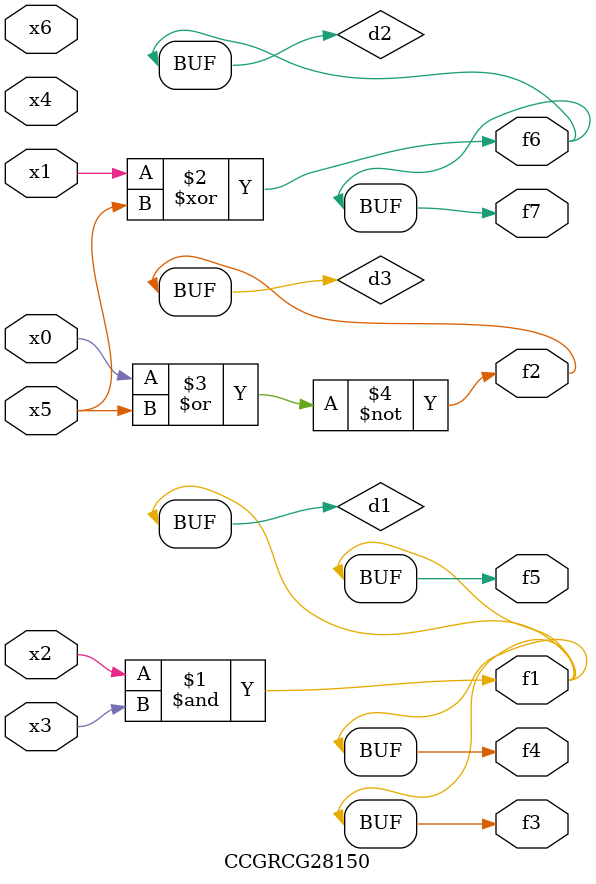
<source format=v>
module CCGRCG28150(
	input x0, x1, x2, x3, x4, x5, x6,
	output f1, f2, f3, f4, f5, f6, f7
);

	wire d1, d2, d3;

	and (d1, x2, x3);
	xor (d2, x1, x5);
	nor (d3, x0, x5);
	assign f1 = d1;
	assign f2 = d3;
	assign f3 = d1;
	assign f4 = d1;
	assign f5 = d1;
	assign f6 = d2;
	assign f7 = d2;
endmodule

</source>
